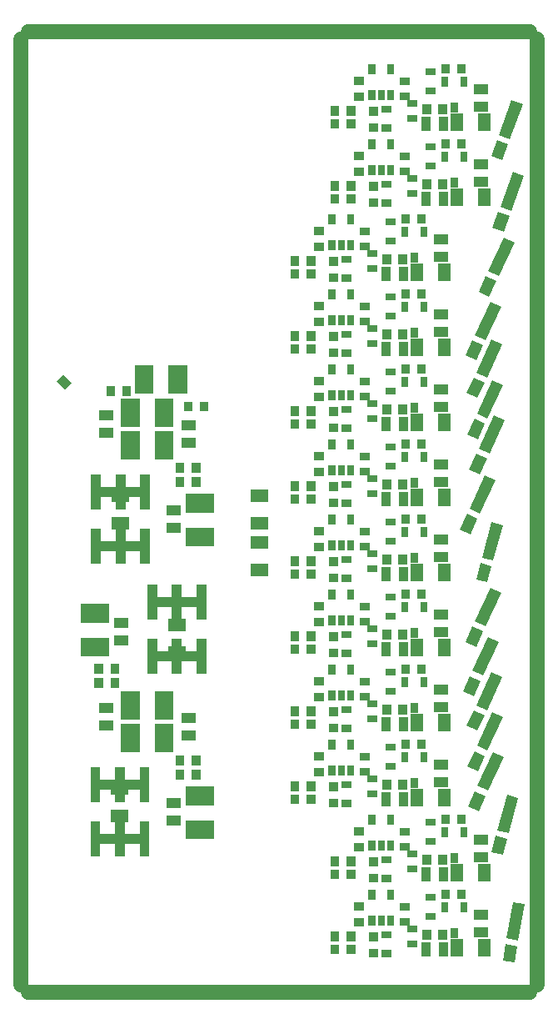
<source format=gbr>
G04 start of page 14 for group -4015 idx -4015 *
G04 Title: HETPREAMPS, toppaste *
G04 Creator: pcb 1.99z *
G04 CreationDate: Mi 04 Jun 2014 09:27:22 GMT UTC *
G04 For: stephan *
G04 Format: Gerber/RS-274X *
G04 PCB-Dimensions (mil): 2952.76 4724.41 *
G04 PCB-Coordinate-Origin: lower left *
%MOIN*%
%FSLAX25Y25*%
%LNTOPPASTE*%
%ADD197R,0.0394X0.0394*%
%ADD196R,0.0750X0.0750*%
%ADD195C,0.0591*%
%ADD194R,0.0500X0.0500*%
%ADD193R,0.0394X0.0394*%
%ADD192R,0.0280X0.0280*%
%ADD191C,0.0001*%
%ADD190R,0.0350X0.0350*%
G54D190*X170050Y61641D02*Y61241D01*
X176450Y61641D02*Y61241D01*
X170050Y91641D02*Y91241D01*
X176450Y91641D02*Y91241D01*
X170050Y96891D02*Y96491D01*
X176450Y96891D02*Y96491D01*
X170050Y66891D02*Y66491D01*
X176450Y66891D02*Y66491D01*
X170050Y396891D02*Y396491D01*
X176450Y396891D02*Y396491D01*
X170050Y391641D02*Y391241D01*
X176450Y391641D02*Y391241D01*
X170050Y361641D02*Y361241D01*
X176450Y361641D02*Y361241D01*
X170050Y366891D02*Y366491D01*
X176450Y366891D02*Y366491D01*
X154050Y331641D02*Y331241D01*
X160450Y331641D02*Y331241D01*
X154050Y301641D02*Y301241D01*
X160450Y301641D02*Y301241D01*
X154050Y336891D02*Y336491D01*
X160450Y336891D02*Y336491D01*
X154050Y306891D02*Y306491D01*
X160450Y306891D02*Y306491D01*
X154050Y181641D02*Y181241D01*
X160450Y181641D02*Y181241D01*
X154050Y211641D02*Y211241D01*
X160450Y211641D02*Y211241D01*
X154050Y241641D02*Y241241D01*
X160450Y241641D02*Y241241D01*
X154050Y271641D02*Y271241D01*
X160450Y271641D02*Y271241D01*
X154050Y276891D02*Y276491D01*
X160450Y276891D02*Y276491D01*
X154050Y246891D02*Y246491D01*
X160450Y246891D02*Y246491D01*
X154050Y216891D02*Y216491D01*
X160450Y216891D02*Y216491D01*
X154050Y186891D02*Y186491D01*
X160450Y186891D02*Y186491D01*
X154050Y126891D02*Y126491D01*
X160450Y126891D02*Y126491D01*
X154050Y156891D02*Y156491D01*
X160450Y156891D02*Y156491D01*
X154050Y151641D02*Y151241D01*
X160450Y151641D02*Y151241D01*
X154050Y121641D02*Y121241D01*
X160450Y121641D02*Y121241D01*
G54D191*G36*
X226527Y209327D02*X228268Y215823D01*
X232831Y214600D01*
X231091Y208104D01*
X226527Y209327D01*
G37*
G36*
X228857Y218021D02*X232668Y232243D01*
X237231Y231021D01*
X233420Y216798D01*
X228857Y218021D01*
G37*
G36*
X237200Y56912D02*X238369Y63534D01*
X243021Y62713D01*
X241853Y56091D01*
X237200Y56912D01*
G37*
G36*
X238763Y65775D02*X241321Y80276D01*
X245973Y79455D01*
X243416Y64954D01*
X238763Y65775D01*
G37*
G36*
X232777Y100327D02*X234518Y106823D01*
X239081Y105600D01*
X237341Y99104D01*
X232777Y100327D01*
G37*
G36*
X235107Y109021D02*X238918Y123243D01*
X243481Y122021D01*
X239670Y107798D01*
X235107Y109021D01*
G37*
G36*
X222307Y184392D02*X225149Y190486D01*
X229431Y188489D01*
X226589Y182395D01*
X222307Y184392D01*
G37*
G36*
X226111Y192548D02*X232334Y205893D01*
X236616Y203896D01*
X230393Y190552D01*
X226111Y192548D01*
G37*
G36*
X223307Y118642D02*X226149Y124736D01*
X230431Y122739D01*
X227589Y116645D01*
X223307Y118642D01*
G37*
G36*
X227111Y126798D02*X233334Y140143D01*
X237616Y138146D01*
X231393Y124802D01*
X227111Y126798D01*
G37*
G36*
X222807Y150892D02*X225649Y156986D01*
X229931Y154989D01*
X227089Y148895D01*
X222807Y150892D01*
G37*
G36*
X226611Y159048D02*X232834Y172393D01*
X237116Y170396D01*
X230893Y157052D01*
X226611Y159048D01*
G37*
G36*
X221307Y164642D02*X224149Y170736D01*
X228431Y168739D01*
X225589Y162645D01*
X221307Y164642D01*
G37*
G36*
X225111Y172798D02*X231334Y186143D01*
X235616Y184146D01*
X229393Y170802D01*
X225111Y172798D01*
G37*
G36*
X223057Y134642D02*X225899Y140736D01*
X230181Y138739D01*
X227339Y132645D01*
X223057Y134642D01*
G37*
G36*
X226861Y142798D02*X233084Y156143D01*
X237366Y154146D01*
X231143Y140802D01*
X226861Y142798D01*
G37*
G36*
X232644Y378572D02*X234945Y384891D01*
X239384Y383274D01*
X237083Y376956D01*
X232644Y378572D01*
G37*
G36*
X235722Y387029D02*X240758Y400865D01*
X245198Y399250D01*
X240162Y385413D01*
X235722Y387029D01*
G37*
G36*
X233144Y349822D02*X235445Y356141D01*
X239884Y354524D01*
X237583Y348206D01*
X233144Y349822D01*
G37*
G36*
X236222Y358279D02*X241258Y372115D01*
X245698Y370500D01*
X240662Y356663D01*
X236222Y358279D01*
G37*
G36*
X227557Y324392D02*X230399Y330486D01*
X234681Y328489D01*
X231839Y322395D01*
X227557Y324392D01*
G37*
G36*
X231361Y332548D02*X237584Y345893D01*
X241866Y343896D01*
X235643Y330552D01*
X231361Y332548D01*
G37*
G36*
X222807Y283892D02*X225649Y289986D01*
X229931Y287989D01*
X227089Y281895D01*
X222807Y283892D01*
G37*
G36*
X226611Y292048D02*X232834Y305393D01*
X237116Y303396D01*
X230893Y290052D01*
X226611Y292048D01*
G37*
G36*
X222307Y298892D02*X225149Y304986D01*
X229431Y302989D01*
X226589Y296895D01*
X222307Y298892D01*
G37*
G36*
X226111Y307048D02*X232334Y320393D01*
X236616Y318396D01*
X230393Y305052D01*
X226111Y307048D01*
G37*
G36*
X223807Y253392D02*X226649Y259486D01*
X230931Y257489D01*
X228089Y251395D01*
X223807Y253392D01*
G37*
G36*
X227611Y261548D02*X233834Y274893D01*
X238116Y272896D01*
X231893Y259552D01*
X227611Y261548D01*
G37*
G36*
X223057Y267392D02*X225899Y273486D01*
X230181Y271489D01*
X227339Y265395D01*
X223057Y267392D01*
G37*
G36*
X226861Y275548D02*X233084Y288893D01*
X237366Y286896D01*
X231143Y273552D01*
X226861Y275548D01*
G37*
G36*
X220057Y229392D02*X222899Y235486D01*
X227181Y233489D01*
X224339Y227395D01*
X220057Y229392D01*
G37*
G36*
X223861Y237548D02*X230084Y250893D01*
X234366Y248896D01*
X228143Y235552D01*
X223861Y237548D01*
G37*
G54D192*X190100Y59691D02*X191300D01*
X190100Y67291D02*X191300D01*
X200300Y63491D02*X201500D01*
X200300Y69491D02*X201500D01*
X207700Y82191D02*X208900D01*
X207700Y74591D02*X208900D01*
X197500Y78391D02*X198700D01*
X197500Y72391D02*X198700D01*
G54D190*X185300Y66391D02*X185700D01*
X185300Y59991D02*X185700D01*
X179550Y72241D02*X179950D01*
X179550Y78641D02*X179950D01*
G54D192*X184800Y73541D02*Y72341D01*
X188600Y73541D02*Y72341D01*
X192400Y73541D02*Y72341D01*
Y83741D02*Y82541D01*
X184800Y83741D02*Y82541D01*
G54D190*X220700Y83641D02*Y83241D01*
X214300Y83641D02*Y83241D01*
G54D192*X214000Y78841D02*Y77641D01*
X221600Y78841D02*Y77641D01*
X217800Y68641D02*Y67441D01*
G54D193*X227500Y68191D02*X229500D01*
X227500Y75191D02*X229500D01*
X213500Y62441D02*Y60441D01*
X206500Y62441D02*Y60441D01*
G54D190*X206800Y67391D02*Y66991D01*
X213200Y67391D02*Y66991D01*
G54D194*X218750Y62941D02*Y60941D01*
X229750Y62941D02*Y60941D01*
X218750Y92941D02*Y90941D01*
X229750Y92941D02*Y90941D01*
G54D190*X206800Y97391D02*Y96991D01*
X213200Y97391D02*Y96991D01*
G54D193*X213500Y92441D02*Y90441D01*
X206500Y92441D02*Y90441D01*
X227500Y98191D02*X229500D01*
X227500Y105191D02*X229500D01*
G54D192*X214000Y108841D02*Y107641D01*
X221600Y108841D02*Y107641D01*
X217800Y98641D02*Y97441D01*
G54D190*X220700Y113641D02*Y113241D01*
X214300Y113641D02*Y113241D01*
G54D192*X184800Y103541D02*Y102341D01*
X188600Y103541D02*Y102341D01*
X192400Y103541D02*Y102341D01*
Y113741D02*Y112541D01*
X184800Y113741D02*Y112541D01*
G54D190*X179550Y102241D02*X179950D01*
X179550Y108641D02*X179950D01*
X185300Y96391D02*X185700D01*
X185300Y89991D02*X185700D01*
G54D192*X207700Y112191D02*X208900D01*
X207700Y104591D02*X208900D01*
X197500Y108391D02*X198700D01*
X197500Y102391D02*X198700D01*
X190100Y89691D02*X191300D01*
X190100Y97291D02*X191300D01*
X200300Y93491D02*X201500D01*
X200300Y99491D02*X201500D01*
G54D194*X202750Y122941D02*Y120941D01*
X213750Y122941D02*Y120941D01*
G54D190*X190800Y127391D02*Y126991D01*
X197200Y127391D02*Y126991D01*
G54D193*X197500Y122441D02*Y120441D01*
X190500Y122441D02*Y120441D01*
X211500Y128191D02*X213500D01*
X211500Y135191D02*X213500D01*
G54D192*X198000Y138841D02*Y137641D01*
X205600Y138841D02*Y137641D01*
X201800Y128641D02*Y127441D01*
G54D190*X204700Y143641D02*Y143241D01*
X198300Y143641D02*Y143241D01*
G54D192*X168800Y133541D02*Y132341D01*
X172600Y133541D02*Y132341D01*
X176400Y133541D02*Y132341D01*
Y143741D02*Y142541D01*
X168800Y143741D02*Y142541D01*
G54D190*X163550Y132241D02*X163950D01*
X163550Y138641D02*X163950D01*
X169300Y126391D02*X169700D01*
X169300Y119991D02*X169700D01*
G54D192*X191700Y142191D02*X192900D01*
X191700Y134591D02*X192900D01*
X181500Y138391D02*X182700D01*
X181500Y132391D02*X182700D01*
X174100Y119691D02*X175300D01*
X174100Y127291D02*X175300D01*
X184300Y123491D02*X185500D01*
X184300Y129491D02*X185500D01*
G54D194*X202750Y152941D02*Y150941D01*
X213750Y152941D02*Y150941D01*
G54D190*X190800Y157391D02*Y156991D01*
X197200Y157391D02*Y156991D01*
G54D193*X197500Y152441D02*Y150441D01*
X190500Y152441D02*Y150441D01*
X211500Y158191D02*X213500D01*
X211500Y165191D02*X213500D01*
G54D192*X198000Y168841D02*Y167641D01*
X205600Y168841D02*Y167641D01*
X201800Y158641D02*Y157441D01*
G54D190*X204700Y173641D02*Y173241D01*
X198300Y173641D02*Y173241D01*
G54D192*X168800Y163541D02*Y162341D01*
X172600Y163541D02*Y162341D01*
X176400Y163541D02*Y162341D01*
Y173741D02*Y172541D01*
X168800Y173741D02*Y172541D01*
G54D190*X163550Y162241D02*X163950D01*
X163550Y168641D02*X163950D01*
X169300Y156391D02*X169700D01*
X169300Y149991D02*X169700D01*
G54D192*X191700Y172191D02*X192900D01*
X191700Y164591D02*X192900D01*
X181500Y168391D02*X182700D01*
X181500Y162391D02*X182700D01*
X174100Y149691D02*X175300D01*
X174100Y157291D02*X175300D01*
X184300Y153491D02*X185500D01*
X184300Y159491D02*X185500D01*
G54D194*X202750Y182941D02*Y180941D01*
X213750Y182941D02*Y180941D01*
G54D190*X190800Y187391D02*Y186991D01*
X197200Y187391D02*Y186991D01*
G54D193*X197500Y182441D02*Y180441D01*
X190500Y182441D02*Y180441D01*
X211500Y188191D02*X213500D01*
X211500Y195191D02*X213500D01*
G54D192*X198000Y198841D02*Y197641D01*
X205600Y198841D02*Y197641D01*
X201800Y188641D02*Y187441D01*
G54D190*X204700Y203641D02*Y203241D01*
X198300Y203641D02*Y203241D01*
G54D192*X168800Y193541D02*Y192341D01*
X172600Y193541D02*Y192341D01*
X176400Y193541D02*Y192341D01*
Y203741D02*Y202541D01*
X168800Y203741D02*Y202541D01*
G54D190*X163550Y192241D02*X163950D01*
X163550Y198641D02*X163950D01*
X169300Y186391D02*X169700D01*
X169300Y179991D02*X169700D01*
G54D192*X191700Y202191D02*X192900D01*
X191700Y194591D02*X192900D01*
X181500Y198391D02*X182700D01*
X181500Y192391D02*X182700D01*
X174100Y179691D02*X175300D01*
X174100Y187291D02*X175300D01*
X184300Y183491D02*X185500D01*
X184300Y189491D02*X185500D01*
G54D194*X202750Y212941D02*Y210941D01*
X213750Y212941D02*Y210941D01*
G54D190*X190800Y217391D02*Y216991D01*
X197200Y217391D02*Y216991D01*
G54D193*X197500Y212441D02*Y210441D01*
X190500Y212441D02*Y210441D01*
X211500Y218191D02*X213500D01*
X211500Y225191D02*X213500D01*
G54D192*X198000Y228841D02*Y227641D01*
X205600Y228841D02*Y227641D01*
X201800Y218641D02*Y217441D01*
G54D190*X204700Y233641D02*Y233241D01*
X198300Y233641D02*Y233241D01*
G54D192*X168800Y223541D02*Y222341D01*
X172600Y223541D02*Y222341D01*
X176400Y223541D02*Y222341D01*
Y233741D02*Y232541D01*
X168800Y233741D02*Y232541D01*
G54D190*X163550Y222241D02*X163950D01*
X163550Y228641D02*X163950D01*
X169300Y216391D02*X169700D01*
X169300Y209991D02*X169700D01*
G54D192*X191700Y232191D02*X192900D01*
X191700Y224591D02*X192900D01*
X181500Y228391D02*X182700D01*
X181500Y222391D02*X182700D01*
X174100Y209691D02*X175300D01*
X174100Y217291D02*X175300D01*
X184300Y213491D02*X185500D01*
X184300Y219491D02*X185500D01*
G54D194*X202750Y242941D02*Y240941D01*
X213750Y242941D02*Y240941D01*
G54D190*X190800Y247391D02*Y246991D01*
X197200Y247391D02*Y246991D01*
G54D193*X197500Y242441D02*Y240441D01*
X190500Y242441D02*Y240441D01*
X211500Y248191D02*X213500D01*
X211500Y255191D02*X213500D01*
G54D192*X198000Y258841D02*Y257641D01*
X205600Y258841D02*Y257641D01*
X201800Y248641D02*Y247441D01*
G54D190*X204700Y263641D02*Y263241D01*
X198300Y263641D02*Y263241D01*
G54D192*X168800Y253541D02*Y252341D01*
X172600Y253541D02*Y252341D01*
X176400Y253541D02*Y252341D01*
Y263741D02*Y262541D01*
X168800Y263741D02*Y262541D01*
G54D190*X163550Y252241D02*X163950D01*
X163550Y258641D02*X163950D01*
X169300Y246391D02*X169700D01*
X169300Y239991D02*X169700D01*
G54D192*X191700Y262191D02*X192900D01*
X191700Y254591D02*X192900D01*
X181500Y258391D02*X182700D01*
X181500Y252391D02*X182700D01*
X174100Y239691D02*X175300D01*
X174100Y247291D02*X175300D01*
X184300Y243491D02*X185500D01*
X184300Y249491D02*X185500D01*
G54D194*X202750Y272941D02*Y270941D01*
X213750Y272941D02*Y270941D01*
G54D190*X190800Y277391D02*Y276991D01*
X197200Y277391D02*Y276991D01*
G54D193*X197500Y272441D02*Y270441D01*
X190500Y272441D02*Y270441D01*
X211500Y278191D02*X213500D01*
X211500Y285191D02*X213500D01*
G54D192*X198000Y288841D02*Y287641D01*
X205600Y288841D02*Y287641D01*
X201800Y278641D02*Y277441D01*
G54D190*X204700Y293641D02*Y293241D01*
X198300Y293641D02*Y293241D01*
G54D192*X168800Y283541D02*Y282341D01*
X172600Y283541D02*Y282341D01*
X176400Y283541D02*Y282341D01*
Y293741D02*Y292541D01*
X168800Y293741D02*Y292541D01*
G54D190*X163550Y282241D02*X163950D01*
X163550Y288641D02*X163950D01*
X169300Y276391D02*X169700D01*
X169300Y269991D02*X169700D01*
G54D192*X191700Y292191D02*X192900D01*
X191700Y284591D02*X192900D01*
X181500Y288391D02*X182700D01*
X181500Y282391D02*X182700D01*
X174100Y269691D02*X175300D01*
X174100Y277291D02*X175300D01*
X184300Y273491D02*X185500D01*
X184300Y279491D02*X185500D01*
G54D194*X202750Y302941D02*Y300941D01*
X213750Y302941D02*Y300941D01*
G54D190*X190800Y307391D02*Y306991D01*
X197200Y307391D02*Y306991D01*
G54D193*X197500Y302441D02*Y300441D01*
X190500Y302441D02*Y300441D01*
X211500Y308191D02*X213500D01*
X211500Y315191D02*X213500D01*
G54D192*X198000Y318841D02*Y317641D01*
X205600Y318841D02*Y317641D01*
X201800Y308641D02*Y307441D01*
G54D190*X204700Y323641D02*Y323241D01*
X198300Y323641D02*Y323241D01*
G54D192*X168800Y313541D02*Y312341D01*
X172600Y313541D02*Y312341D01*
X176400Y313541D02*Y312341D01*
Y323741D02*Y322541D01*
X168800Y323741D02*Y322541D01*
G54D190*X163550Y312241D02*X163950D01*
X163550Y318641D02*X163950D01*
X169300Y306391D02*X169700D01*
X169300Y299991D02*X169700D01*
G54D192*X191700Y322191D02*X192900D01*
X191700Y314591D02*X192900D01*
X181500Y318391D02*X182700D01*
X181500Y312391D02*X182700D01*
X174100Y299691D02*X175300D01*
X174100Y307291D02*X175300D01*
X184300Y303491D02*X185500D01*
X184300Y309491D02*X185500D01*
G54D194*X202750Y332941D02*Y330941D01*
X213750Y332941D02*Y330941D01*
G54D190*X190800Y337391D02*Y336991D01*
X197200Y337391D02*Y336991D01*
G54D193*X197500Y332441D02*Y330441D01*
X190500Y332441D02*Y330441D01*
X211500Y338191D02*X213500D01*
X211500Y345191D02*X213500D01*
G54D192*X198000Y348841D02*Y347641D01*
X205600Y348841D02*Y347641D01*
X201800Y338641D02*Y337441D01*
G54D190*X204700Y353641D02*Y353241D01*
X198300Y353641D02*Y353241D01*
G54D192*X168800Y343541D02*Y342341D01*
X172600Y343541D02*Y342341D01*
X176400Y343541D02*Y342341D01*
Y353741D02*Y352541D01*
X168800Y353741D02*Y352541D01*
G54D190*X163550Y342241D02*X163950D01*
X163550Y348641D02*X163950D01*
X169300Y336391D02*X169700D01*
X169300Y329991D02*X169700D01*
G54D192*X191700Y352191D02*X192900D01*
X191700Y344591D02*X192900D01*
X181500Y348391D02*X182700D01*
X181500Y342391D02*X182700D01*
X174100Y329691D02*X175300D01*
X174100Y337291D02*X175300D01*
X184300Y333491D02*X185500D01*
X184300Y339491D02*X185500D01*
G54D194*X218750Y362941D02*Y360941D01*
X229750Y362941D02*Y360941D01*
G54D190*X206800Y367391D02*Y366991D01*
X213200Y367391D02*Y366991D01*
G54D193*X213500Y362441D02*Y360441D01*
X206500Y362441D02*Y360441D01*
X227500Y368191D02*X229500D01*
X227500Y375191D02*X229500D01*
G54D192*X214000Y378841D02*Y377641D01*
X221600Y378841D02*Y377641D01*
X217800Y368641D02*Y367441D01*
G54D190*X220700Y383641D02*Y383241D01*
X214300Y383641D02*Y383241D01*
G54D192*X184800Y373541D02*Y372341D01*
X188600Y373541D02*Y372341D01*
X192400Y373541D02*Y372341D01*
Y383741D02*Y382541D01*
X184800Y383741D02*Y382541D01*
G54D190*X179550Y372241D02*X179950D01*
X179550Y378641D02*X179950D01*
X185300Y366391D02*X185700D01*
X185300Y359991D02*X185700D01*
G54D192*X207700Y382191D02*X208900D01*
X207700Y374591D02*X208900D01*
X197500Y378391D02*X198700D01*
X197500Y372391D02*X198700D01*
X190100Y359691D02*X191300D01*
X190100Y367291D02*X191300D01*
X200300Y363491D02*X201500D01*
X200300Y369491D02*X201500D01*
G54D194*X218750Y392941D02*Y390941D01*
X229750Y392941D02*Y390941D01*
G54D190*X206800Y397391D02*Y396991D01*
X213200Y397391D02*Y396991D01*
G54D193*X213500Y392441D02*Y390441D01*
X206500Y392441D02*Y390441D01*
X227500Y398191D02*X229500D01*
X227500Y405191D02*X229500D01*
G54D192*X214000Y408841D02*Y407641D01*
X221600Y408841D02*Y407641D01*
X217800Y398641D02*Y397441D01*
G54D190*X220700Y413641D02*Y413241D01*
X214300Y413641D02*Y413241D01*
G54D192*X184800Y403541D02*Y402341D01*
X188600Y403541D02*Y402341D01*
X192400Y403541D02*Y402341D01*
Y413741D02*Y412541D01*
X184800Y413741D02*Y412541D01*
G54D190*X179550Y402241D02*X179950D01*
X179550Y408641D02*X179950D01*
X185300Y396391D02*X185700D01*
X185300Y389991D02*X185700D01*
G54D192*X207700Y412191D02*X208900D01*
X207700Y404591D02*X208900D01*
X197500Y408391D02*X198700D01*
X197500Y402391D02*X198700D01*
X190100Y389691D02*X191300D01*
X190100Y397291D02*X191300D01*
X200300Y393491D02*X201500D01*
X200300Y399491D02*X201500D01*
G54D195*X47244Y428150D02*X248031D01*
X250984Y425197D02*Y47244D01*
X47244Y44291D02*X248031D01*
X44291Y425197D02*Y47244D01*
G54D194*X105750Y180191D02*X107750D01*
X105750Y191191D02*X107750D01*
X83000Y114691D02*X85000D01*
X83000Y125691D02*X85000D01*
G54D190*X81950Y173891D02*Y173491D01*
X75550Y173891D02*Y173491D01*
G54D193*X83500Y184941D02*X85500D01*
X83500Y191941D02*X85500D01*
G54D190*X108050Y131391D02*Y130991D01*
X114450Y131391D02*Y130991D01*
X75550Y168141D02*Y167741D01*
X81950Y168141D02*Y167741D01*
G54D193*X77500Y157941D02*X79500D01*
X77500Y150941D02*X79500D01*
G54D190*X108050Y137141D02*Y136741D01*
X114450Y137141D02*Y136741D01*
G54D193*X110500Y146941D02*X112500D01*
X110500Y153941D02*X112500D01*
X104500Y119941D02*X106500D01*
X104500Y112941D02*X106500D01*
G54D196*X114000Y122691D02*X118000D01*
X114000Y109191D02*X118000D01*
X101750Y160941D02*Y156941D01*
X88250Y160941D02*Y156941D01*
X101750Y147941D02*Y143941D01*
X88250Y147941D02*Y143941D01*
X72000Y195691D02*X76000D01*
X72000Y182191D02*X76000D01*
G54D194*X83250Y242691D02*X85250D01*
X83250Y231691D02*X85250D01*
G54D190*X108050Y254141D02*Y253741D01*
X114450Y254141D02*Y253741D01*
X80300Y284891D02*Y284491D01*
X86700Y284891D02*Y284491D01*
X111300Y278641D02*Y278241D01*
X117700Y278641D02*Y278241D01*
G54D196*X114000Y239691D02*X118000D01*
X114000Y226191D02*X118000D01*
X107250Y291191D02*Y287191D01*
X93750Y291191D02*Y287191D01*
G54D193*X104500Y236941D02*X106500D01*
X104500Y229941D02*X106500D01*
G54D190*X108050Y248391D02*Y247991D01*
X114450Y248391D02*Y247991D01*
G54D193*X110500Y263941D02*X112500D01*
X110500Y270941D02*X112500D01*
X77500Y274941D02*X79500D01*
X77500Y267941D02*X79500D01*
G54D196*X101750Y264941D02*Y260941D01*
X88250Y264941D02*Y260941D01*
X101750Y277941D02*Y273941D01*
X88250Y277941D02*Y273941D01*
G54D197*X94093Y249189D02*Y239346D01*
X84250Y249189D02*Y239346D01*
X74407Y249189D02*Y239346D01*
X76376Y244268D02*X92124D01*
X94093Y227535D02*Y217693D01*
X84250Y227535D02*Y217693D01*
X74407Y227535D02*Y217693D01*
X76376Y222614D02*X92124D01*
X93843Y132189D02*Y122346D01*
X84000Y132189D02*Y122346D01*
X74157Y132189D02*Y122346D01*
X76126Y127268D02*X91874D01*
X93843Y110535D02*Y100693D01*
X84000Y110535D02*Y100693D01*
X74157Y110535D02*Y100693D01*
X76126Y105614D02*X91874D01*
X96907Y183535D02*Y173693D01*
X106750Y183535D02*Y173693D01*
X116593Y183535D02*Y173693D01*
X98876Y178614D02*X114624D01*
X96907Y205189D02*Y195346D01*
X106750Y205189D02*Y195346D01*
X116593Y205189D02*Y195346D01*
X98876Y200268D02*X114624D01*
G54D194*X139000Y213191D02*X141000D01*
X139000Y224191D02*X141000D01*
X139000Y242691D02*X141000D01*
X139000Y231691D02*X141000D01*
G54D191*G36*
X61500Y291269D02*X64828Y287941D01*
X62000Y285113D01*
X58672Y288441D01*
X61500Y291269D01*
G37*
M02*

</source>
